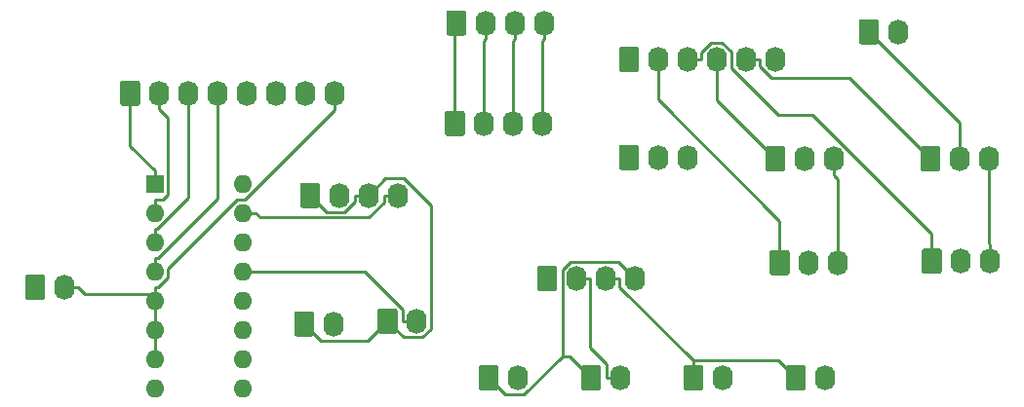
<source format=gbr>
G04 #@! TF.GenerationSoftware,KiCad,Pcbnew,(5.1.5-0-10_14)*
G04 #@! TF.CreationDate,2021-04-18T15:44:56+10:00*
G04 #@! TF.ProjectId,OH - Right Console - Output Distribution,4f48202d-2052-4696-9768-7420436f6e73,rev?*
G04 #@! TF.SameCoordinates,Original*
G04 #@! TF.FileFunction,Copper,L2,Bot*
G04 #@! TF.FilePolarity,Positive*
%FSLAX46Y46*%
G04 Gerber Fmt 4.6, Leading zero omitted, Abs format (unit mm)*
G04 Created by KiCad (PCBNEW (5.1.5-0-10_14)) date 2021-04-18 15:44:56*
%MOMM*%
%LPD*%
G04 APERTURE LIST*
%ADD10O,1.740000X2.200000*%
%ADD11C,0.100000*%
%ADD12O,1.600000X1.600000*%
%ADD13R,1.600000X1.600000*%
%ADD14C,0.250000*%
G04 APERTURE END LIST*
D10*
X213360000Y-106553000D03*
X210820000Y-106553000D03*
X208280000Y-106553000D03*
G04 #@! TA.AperFunction,ComponentPad*
D11*
G36*
X206384505Y-105454204D02*
G01*
X206408773Y-105457804D01*
X206432572Y-105463765D01*
X206455671Y-105472030D01*
X206477850Y-105482520D01*
X206498893Y-105495132D01*
X206518599Y-105509747D01*
X206536777Y-105526223D01*
X206553253Y-105544401D01*
X206567868Y-105564107D01*
X206580480Y-105585150D01*
X206590970Y-105607329D01*
X206599235Y-105630428D01*
X206605196Y-105654227D01*
X206608796Y-105678495D01*
X206610000Y-105702999D01*
X206610000Y-107403001D01*
X206608796Y-107427505D01*
X206605196Y-107451773D01*
X206599235Y-107475572D01*
X206590970Y-107498671D01*
X206580480Y-107520850D01*
X206567868Y-107541893D01*
X206553253Y-107561599D01*
X206536777Y-107579777D01*
X206518599Y-107596253D01*
X206498893Y-107610868D01*
X206477850Y-107623480D01*
X206455671Y-107633970D01*
X206432572Y-107642235D01*
X206408773Y-107648196D01*
X206384505Y-107651796D01*
X206360001Y-107653000D01*
X205119999Y-107653000D01*
X205095495Y-107651796D01*
X205071227Y-107648196D01*
X205047428Y-107642235D01*
X205024329Y-107633970D01*
X205002150Y-107623480D01*
X204981107Y-107610868D01*
X204961401Y-107596253D01*
X204943223Y-107579777D01*
X204926747Y-107561599D01*
X204912132Y-107541893D01*
X204899520Y-107520850D01*
X204889030Y-107498671D01*
X204880765Y-107475572D01*
X204874804Y-107451773D01*
X204871204Y-107427505D01*
X204870000Y-107403001D01*
X204870000Y-105702999D01*
X204871204Y-105678495D01*
X204874804Y-105654227D01*
X204880765Y-105630428D01*
X204889030Y-105607329D01*
X204899520Y-105585150D01*
X204912132Y-105564107D01*
X204926747Y-105544401D01*
X204943223Y-105526223D01*
X204961401Y-105509747D01*
X204981107Y-105495132D01*
X205002150Y-105482520D01*
X205024329Y-105472030D01*
X205047428Y-105463765D01*
X205071227Y-105457804D01*
X205095495Y-105454204D01*
X205119999Y-105453000D01*
X206360001Y-105453000D01*
X206384505Y-105454204D01*
G37*
G04 #@! TD.AperFunction*
D10*
X212090000Y-115189000D03*
G04 #@! TA.AperFunction,ComponentPad*
D11*
G36*
X210194505Y-114090204D02*
G01*
X210218773Y-114093804D01*
X210242572Y-114099765D01*
X210265671Y-114108030D01*
X210287850Y-114118520D01*
X210308893Y-114131132D01*
X210328599Y-114145747D01*
X210346777Y-114162223D01*
X210363253Y-114180401D01*
X210377868Y-114200107D01*
X210390480Y-114221150D01*
X210400970Y-114243329D01*
X210409235Y-114266428D01*
X210415196Y-114290227D01*
X210418796Y-114314495D01*
X210420000Y-114338999D01*
X210420000Y-116039001D01*
X210418796Y-116063505D01*
X210415196Y-116087773D01*
X210409235Y-116111572D01*
X210400970Y-116134671D01*
X210390480Y-116156850D01*
X210377868Y-116177893D01*
X210363253Y-116197599D01*
X210346777Y-116215777D01*
X210328599Y-116232253D01*
X210308893Y-116246868D01*
X210287850Y-116259480D01*
X210265671Y-116269970D01*
X210242572Y-116278235D01*
X210218773Y-116284196D01*
X210194505Y-116287796D01*
X210170001Y-116289000D01*
X208929999Y-116289000D01*
X208905495Y-116287796D01*
X208881227Y-116284196D01*
X208857428Y-116278235D01*
X208834329Y-116269970D01*
X208812150Y-116259480D01*
X208791107Y-116246868D01*
X208771401Y-116232253D01*
X208753223Y-116215777D01*
X208736747Y-116197599D01*
X208722132Y-116177893D01*
X208709520Y-116156850D01*
X208699030Y-116134671D01*
X208690765Y-116111572D01*
X208684804Y-116087773D01*
X208681204Y-116063505D01*
X208680000Y-116039001D01*
X208680000Y-114338999D01*
X208681204Y-114314495D01*
X208684804Y-114290227D01*
X208690765Y-114266428D01*
X208699030Y-114243329D01*
X208709520Y-114221150D01*
X208722132Y-114200107D01*
X208736747Y-114180401D01*
X208753223Y-114162223D01*
X208771401Y-114145747D01*
X208791107Y-114131132D01*
X208812150Y-114118520D01*
X208834329Y-114108030D01*
X208857428Y-114099765D01*
X208881227Y-114093804D01*
X208905495Y-114090204D01*
X208929999Y-114089000D01*
X210170001Y-114089000D01*
X210194505Y-114090204D01*
G37*
G04 #@! TD.AperFunction*
D10*
X229870000Y-115189000D03*
G04 #@! TA.AperFunction,ComponentPad*
D11*
G36*
X227974505Y-114090204D02*
G01*
X227998773Y-114093804D01*
X228022572Y-114099765D01*
X228045671Y-114108030D01*
X228067850Y-114118520D01*
X228088893Y-114131132D01*
X228108599Y-114145747D01*
X228126777Y-114162223D01*
X228143253Y-114180401D01*
X228157868Y-114200107D01*
X228170480Y-114221150D01*
X228180970Y-114243329D01*
X228189235Y-114266428D01*
X228195196Y-114290227D01*
X228198796Y-114314495D01*
X228200000Y-114338999D01*
X228200000Y-116039001D01*
X228198796Y-116063505D01*
X228195196Y-116087773D01*
X228189235Y-116111572D01*
X228180970Y-116134671D01*
X228170480Y-116156850D01*
X228157868Y-116177893D01*
X228143253Y-116197599D01*
X228126777Y-116215777D01*
X228108599Y-116232253D01*
X228088893Y-116246868D01*
X228067850Y-116259480D01*
X228045671Y-116269970D01*
X228022572Y-116278235D01*
X227998773Y-116284196D01*
X227974505Y-116287796D01*
X227950001Y-116289000D01*
X226709999Y-116289000D01*
X226685495Y-116287796D01*
X226661227Y-116284196D01*
X226637428Y-116278235D01*
X226614329Y-116269970D01*
X226592150Y-116259480D01*
X226571107Y-116246868D01*
X226551401Y-116232253D01*
X226533223Y-116215777D01*
X226516747Y-116197599D01*
X226502132Y-116177893D01*
X226489520Y-116156850D01*
X226479030Y-116134671D01*
X226470765Y-116111572D01*
X226464804Y-116087773D01*
X226461204Y-116063505D01*
X226460000Y-116039001D01*
X226460000Y-114338999D01*
X226461204Y-114314495D01*
X226464804Y-114290227D01*
X226470765Y-114266428D01*
X226479030Y-114243329D01*
X226489520Y-114221150D01*
X226502132Y-114200107D01*
X226516747Y-114180401D01*
X226533223Y-114162223D01*
X226551401Y-114145747D01*
X226571107Y-114131132D01*
X226592150Y-114118520D01*
X226614329Y-114108030D01*
X226637428Y-114099765D01*
X226661227Y-114093804D01*
X226685495Y-114090204D01*
X226709999Y-114089000D01*
X227950001Y-114089000D01*
X227974505Y-114090204D01*
G37*
G04 #@! TD.AperFunction*
D10*
X203200000Y-115189000D03*
G04 #@! TA.AperFunction,ComponentPad*
D11*
G36*
X201304505Y-114090204D02*
G01*
X201328773Y-114093804D01*
X201352572Y-114099765D01*
X201375671Y-114108030D01*
X201397850Y-114118520D01*
X201418893Y-114131132D01*
X201438599Y-114145747D01*
X201456777Y-114162223D01*
X201473253Y-114180401D01*
X201487868Y-114200107D01*
X201500480Y-114221150D01*
X201510970Y-114243329D01*
X201519235Y-114266428D01*
X201525196Y-114290227D01*
X201528796Y-114314495D01*
X201530000Y-114338999D01*
X201530000Y-116039001D01*
X201528796Y-116063505D01*
X201525196Y-116087773D01*
X201519235Y-116111572D01*
X201510970Y-116134671D01*
X201500480Y-116156850D01*
X201487868Y-116177893D01*
X201473253Y-116197599D01*
X201456777Y-116215777D01*
X201438599Y-116232253D01*
X201418893Y-116246868D01*
X201397850Y-116259480D01*
X201375671Y-116269970D01*
X201352572Y-116278235D01*
X201328773Y-116284196D01*
X201304505Y-116287796D01*
X201280001Y-116289000D01*
X200039999Y-116289000D01*
X200015495Y-116287796D01*
X199991227Y-116284196D01*
X199967428Y-116278235D01*
X199944329Y-116269970D01*
X199922150Y-116259480D01*
X199901107Y-116246868D01*
X199881401Y-116232253D01*
X199863223Y-116215777D01*
X199846747Y-116197599D01*
X199832132Y-116177893D01*
X199819520Y-116156850D01*
X199809030Y-116134671D01*
X199800765Y-116111572D01*
X199794804Y-116087773D01*
X199791204Y-116063505D01*
X199790000Y-116039001D01*
X199790000Y-114338999D01*
X199791204Y-114314495D01*
X199794804Y-114290227D01*
X199800765Y-114266428D01*
X199809030Y-114243329D01*
X199819520Y-114221150D01*
X199832132Y-114200107D01*
X199846747Y-114180401D01*
X199863223Y-114162223D01*
X199881401Y-114145747D01*
X199901107Y-114131132D01*
X199922150Y-114118520D01*
X199944329Y-114108030D01*
X199967428Y-114099765D01*
X199991227Y-114093804D01*
X200015495Y-114090204D01*
X200039999Y-114089000D01*
X201280001Y-114089000D01*
X201304505Y-114090204D01*
G37*
G04 #@! TD.AperFunction*
D10*
X220980000Y-115189000D03*
G04 #@! TA.AperFunction,ComponentPad*
D11*
G36*
X219084505Y-114090204D02*
G01*
X219108773Y-114093804D01*
X219132572Y-114099765D01*
X219155671Y-114108030D01*
X219177850Y-114118520D01*
X219198893Y-114131132D01*
X219218599Y-114145747D01*
X219236777Y-114162223D01*
X219253253Y-114180401D01*
X219267868Y-114200107D01*
X219280480Y-114221150D01*
X219290970Y-114243329D01*
X219299235Y-114266428D01*
X219305196Y-114290227D01*
X219308796Y-114314495D01*
X219310000Y-114338999D01*
X219310000Y-116039001D01*
X219308796Y-116063505D01*
X219305196Y-116087773D01*
X219299235Y-116111572D01*
X219290970Y-116134671D01*
X219280480Y-116156850D01*
X219267868Y-116177893D01*
X219253253Y-116197599D01*
X219236777Y-116215777D01*
X219218599Y-116232253D01*
X219198893Y-116246868D01*
X219177850Y-116259480D01*
X219155671Y-116269970D01*
X219132572Y-116278235D01*
X219108773Y-116284196D01*
X219084505Y-116287796D01*
X219060001Y-116289000D01*
X217819999Y-116289000D01*
X217795495Y-116287796D01*
X217771227Y-116284196D01*
X217747428Y-116278235D01*
X217724329Y-116269970D01*
X217702150Y-116259480D01*
X217681107Y-116246868D01*
X217661401Y-116232253D01*
X217643223Y-116215777D01*
X217626747Y-116197599D01*
X217612132Y-116177893D01*
X217599520Y-116156850D01*
X217589030Y-116134671D01*
X217580765Y-116111572D01*
X217574804Y-116087773D01*
X217571204Y-116063505D01*
X217570000Y-116039001D01*
X217570000Y-114338999D01*
X217571204Y-114314495D01*
X217574804Y-114290227D01*
X217580765Y-114266428D01*
X217589030Y-114243329D01*
X217599520Y-114221150D01*
X217612132Y-114200107D01*
X217626747Y-114180401D01*
X217643223Y-114162223D01*
X217661401Y-114145747D01*
X217681107Y-114131132D01*
X217702150Y-114118520D01*
X217724329Y-114108030D01*
X217747428Y-114099765D01*
X217771227Y-114093804D01*
X217795495Y-114090204D01*
X217819999Y-114089000D01*
X219060001Y-114089000D01*
X219084505Y-114090204D01*
G37*
G04 #@! TD.AperFunction*
D10*
X225552000Y-87503000D03*
X223012000Y-87503000D03*
X220472000Y-87503000D03*
X217932000Y-87503000D03*
X215392000Y-87503000D03*
G04 #@! TA.AperFunction,ComponentPad*
D11*
G36*
X213496505Y-86404204D02*
G01*
X213520773Y-86407804D01*
X213544572Y-86413765D01*
X213567671Y-86422030D01*
X213589850Y-86432520D01*
X213610893Y-86445132D01*
X213630599Y-86459747D01*
X213648777Y-86476223D01*
X213665253Y-86494401D01*
X213679868Y-86514107D01*
X213692480Y-86535150D01*
X213702970Y-86557329D01*
X213711235Y-86580428D01*
X213717196Y-86604227D01*
X213720796Y-86628495D01*
X213722000Y-86652999D01*
X213722000Y-88353001D01*
X213720796Y-88377505D01*
X213717196Y-88401773D01*
X213711235Y-88425572D01*
X213702970Y-88448671D01*
X213692480Y-88470850D01*
X213679868Y-88491893D01*
X213665253Y-88511599D01*
X213648777Y-88529777D01*
X213630599Y-88546253D01*
X213610893Y-88560868D01*
X213589850Y-88573480D01*
X213567671Y-88583970D01*
X213544572Y-88592235D01*
X213520773Y-88598196D01*
X213496505Y-88601796D01*
X213472001Y-88603000D01*
X212231999Y-88603000D01*
X212207495Y-88601796D01*
X212183227Y-88598196D01*
X212159428Y-88592235D01*
X212136329Y-88583970D01*
X212114150Y-88573480D01*
X212093107Y-88560868D01*
X212073401Y-88546253D01*
X212055223Y-88529777D01*
X212038747Y-88511599D01*
X212024132Y-88491893D01*
X212011520Y-88470850D01*
X212001030Y-88448671D01*
X211992765Y-88425572D01*
X211986804Y-88401773D01*
X211983204Y-88377505D01*
X211982000Y-88353001D01*
X211982000Y-86652999D01*
X211983204Y-86628495D01*
X211986804Y-86604227D01*
X211992765Y-86580428D01*
X212001030Y-86557329D01*
X212011520Y-86535150D01*
X212024132Y-86514107D01*
X212038747Y-86494401D01*
X212055223Y-86476223D01*
X212073401Y-86459747D01*
X212093107Y-86445132D01*
X212114150Y-86432520D01*
X212136329Y-86422030D01*
X212159428Y-86413765D01*
X212183227Y-86407804D01*
X212207495Y-86404204D01*
X212231999Y-86403000D01*
X213472001Y-86403000D01*
X213496505Y-86404204D01*
G37*
G04 #@! TD.AperFunction*
D10*
X236220000Y-85090000D03*
G04 #@! TA.AperFunction,ComponentPad*
D11*
G36*
X234324505Y-83991204D02*
G01*
X234348773Y-83994804D01*
X234372572Y-84000765D01*
X234395671Y-84009030D01*
X234417850Y-84019520D01*
X234438893Y-84032132D01*
X234458599Y-84046747D01*
X234476777Y-84063223D01*
X234493253Y-84081401D01*
X234507868Y-84101107D01*
X234520480Y-84122150D01*
X234530970Y-84144329D01*
X234539235Y-84167428D01*
X234545196Y-84191227D01*
X234548796Y-84215495D01*
X234550000Y-84239999D01*
X234550000Y-85940001D01*
X234548796Y-85964505D01*
X234545196Y-85988773D01*
X234539235Y-86012572D01*
X234530970Y-86035671D01*
X234520480Y-86057850D01*
X234507868Y-86078893D01*
X234493253Y-86098599D01*
X234476777Y-86116777D01*
X234458599Y-86133253D01*
X234438893Y-86147868D01*
X234417850Y-86160480D01*
X234395671Y-86170970D01*
X234372572Y-86179235D01*
X234348773Y-86185196D01*
X234324505Y-86188796D01*
X234300001Y-86190000D01*
X233059999Y-86190000D01*
X233035495Y-86188796D01*
X233011227Y-86185196D01*
X232987428Y-86179235D01*
X232964329Y-86170970D01*
X232942150Y-86160480D01*
X232921107Y-86147868D01*
X232901401Y-86133253D01*
X232883223Y-86116777D01*
X232866747Y-86098599D01*
X232852132Y-86078893D01*
X232839520Y-86057850D01*
X232829030Y-86035671D01*
X232820765Y-86012572D01*
X232814804Y-85988773D01*
X232811204Y-85964505D01*
X232810000Y-85940001D01*
X232810000Y-84239999D01*
X232811204Y-84215495D01*
X232814804Y-84191227D01*
X232820765Y-84167428D01*
X232829030Y-84144329D01*
X232839520Y-84122150D01*
X232852132Y-84101107D01*
X232866747Y-84081401D01*
X232883223Y-84063223D01*
X232901401Y-84046747D01*
X232921107Y-84032132D01*
X232942150Y-84019520D01*
X232964329Y-84009030D01*
X232987428Y-84000765D01*
X233011227Y-83994804D01*
X233035495Y-83991204D01*
X233059999Y-83990000D01*
X234300001Y-83990000D01*
X234324505Y-83991204D01*
G37*
G04 #@! TD.AperFunction*
D10*
X217932000Y-96012000D03*
X215392000Y-96012000D03*
G04 #@! TA.AperFunction,ComponentPad*
D11*
G36*
X213496505Y-94913204D02*
G01*
X213520773Y-94916804D01*
X213544572Y-94922765D01*
X213567671Y-94931030D01*
X213589850Y-94941520D01*
X213610893Y-94954132D01*
X213630599Y-94968747D01*
X213648777Y-94985223D01*
X213665253Y-95003401D01*
X213679868Y-95023107D01*
X213692480Y-95044150D01*
X213702970Y-95066329D01*
X213711235Y-95089428D01*
X213717196Y-95113227D01*
X213720796Y-95137495D01*
X213722000Y-95161999D01*
X213722000Y-96862001D01*
X213720796Y-96886505D01*
X213717196Y-96910773D01*
X213711235Y-96934572D01*
X213702970Y-96957671D01*
X213692480Y-96979850D01*
X213679868Y-97000893D01*
X213665253Y-97020599D01*
X213648777Y-97038777D01*
X213630599Y-97055253D01*
X213610893Y-97069868D01*
X213589850Y-97082480D01*
X213567671Y-97092970D01*
X213544572Y-97101235D01*
X213520773Y-97107196D01*
X213496505Y-97110796D01*
X213472001Y-97112000D01*
X212231999Y-97112000D01*
X212207495Y-97110796D01*
X212183227Y-97107196D01*
X212159428Y-97101235D01*
X212136329Y-97092970D01*
X212114150Y-97082480D01*
X212093107Y-97069868D01*
X212073401Y-97055253D01*
X212055223Y-97038777D01*
X212038747Y-97020599D01*
X212024132Y-97000893D01*
X212011520Y-96979850D01*
X212001030Y-96957671D01*
X211992765Y-96934572D01*
X211986804Y-96910773D01*
X211983204Y-96886505D01*
X211982000Y-96862001D01*
X211982000Y-95161999D01*
X211983204Y-95137495D01*
X211986804Y-95113227D01*
X211992765Y-95089428D01*
X212001030Y-95066329D01*
X212011520Y-95044150D01*
X212024132Y-95023107D01*
X212038747Y-95003401D01*
X212055223Y-94985223D01*
X212073401Y-94968747D01*
X212093107Y-94954132D01*
X212114150Y-94941520D01*
X212136329Y-94931030D01*
X212159428Y-94922765D01*
X212183227Y-94916804D01*
X212207495Y-94913204D01*
X212231999Y-94912000D01*
X213472001Y-94912000D01*
X213496505Y-94913204D01*
G37*
G04 #@! TD.AperFunction*
D10*
X205359000Y-93048700D03*
X202819000Y-93048700D03*
X200279000Y-93048700D03*
G04 #@! TA.AperFunction,ComponentPad*
D11*
G36*
X198383505Y-91949904D02*
G01*
X198407773Y-91953504D01*
X198431572Y-91959465D01*
X198454671Y-91967730D01*
X198476850Y-91978220D01*
X198497893Y-91990832D01*
X198517599Y-92005447D01*
X198535777Y-92021923D01*
X198552253Y-92040101D01*
X198566868Y-92059807D01*
X198579480Y-92080850D01*
X198589970Y-92103029D01*
X198598235Y-92126128D01*
X198604196Y-92149927D01*
X198607796Y-92174195D01*
X198609000Y-92198699D01*
X198609000Y-93898701D01*
X198607796Y-93923205D01*
X198604196Y-93947473D01*
X198598235Y-93971272D01*
X198589970Y-93994371D01*
X198579480Y-94016550D01*
X198566868Y-94037593D01*
X198552253Y-94057299D01*
X198535777Y-94075477D01*
X198517599Y-94091953D01*
X198497893Y-94106568D01*
X198476850Y-94119180D01*
X198454671Y-94129670D01*
X198431572Y-94137935D01*
X198407773Y-94143896D01*
X198383505Y-94147496D01*
X198359001Y-94148700D01*
X197118999Y-94148700D01*
X197094495Y-94147496D01*
X197070227Y-94143896D01*
X197046428Y-94137935D01*
X197023329Y-94129670D01*
X197001150Y-94119180D01*
X196980107Y-94106568D01*
X196960401Y-94091953D01*
X196942223Y-94075477D01*
X196925747Y-94057299D01*
X196911132Y-94037593D01*
X196898520Y-94016550D01*
X196888030Y-93994371D01*
X196879765Y-93971272D01*
X196873804Y-93947473D01*
X196870204Y-93923205D01*
X196869000Y-93898701D01*
X196869000Y-92198699D01*
X196870204Y-92174195D01*
X196873804Y-92149927D01*
X196879765Y-92126128D01*
X196888030Y-92103029D01*
X196898520Y-92080850D01*
X196911132Y-92059807D01*
X196925747Y-92040101D01*
X196942223Y-92021923D01*
X196960401Y-92005447D01*
X196980107Y-91990832D01*
X197001150Y-91978220D01*
X197023329Y-91967730D01*
X197046428Y-91959465D01*
X197070227Y-91953504D01*
X197094495Y-91949904D01*
X197118999Y-91948700D01*
X198359001Y-91948700D01*
X198383505Y-91949904D01*
G37*
G04 #@! TD.AperFunction*
D10*
X231013000Y-105156000D03*
X228473000Y-105156000D03*
G04 #@! TA.AperFunction,ComponentPad*
D11*
G36*
X226577505Y-104057204D02*
G01*
X226601773Y-104060804D01*
X226625572Y-104066765D01*
X226648671Y-104075030D01*
X226670850Y-104085520D01*
X226691893Y-104098132D01*
X226711599Y-104112747D01*
X226729777Y-104129223D01*
X226746253Y-104147401D01*
X226760868Y-104167107D01*
X226773480Y-104188150D01*
X226783970Y-104210329D01*
X226792235Y-104233428D01*
X226798196Y-104257227D01*
X226801796Y-104281495D01*
X226803000Y-104305999D01*
X226803000Y-106006001D01*
X226801796Y-106030505D01*
X226798196Y-106054773D01*
X226792235Y-106078572D01*
X226783970Y-106101671D01*
X226773480Y-106123850D01*
X226760868Y-106144893D01*
X226746253Y-106164599D01*
X226729777Y-106182777D01*
X226711599Y-106199253D01*
X226691893Y-106213868D01*
X226670850Y-106226480D01*
X226648671Y-106236970D01*
X226625572Y-106245235D01*
X226601773Y-106251196D01*
X226577505Y-106254796D01*
X226553001Y-106256000D01*
X225312999Y-106256000D01*
X225288495Y-106254796D01*
X225264227Y-106251196D01*
X225240428Y-106245235D01*
X225217329Y-106236970D01*
X225195150Y-106226480D01*
X225174107Y-106213868D01*
X225154401Y-106199253D01*
X225136223Y-106182777D01*
X225119747Y-106164599D01*
X225105132Y-106144893D01*
X225092520Y-106123850D01*
X225082030Y-106101671D01*
X225073765Y-106078572D01*
X225067804Y-106054773D01*
X225064204Y-106030505D01*
X225063000Y-106006001D01*
X225063000Y-104305999D01*
X225064204Y-104281495D01*
X225067804Y-104257227D01*
X225073765Y-104233428D01*
X225082030Y-104210329D01*
X225092520Y-104188150D01*
X225105132Y-104167107D01*
X225119747Y-104147401D01*
X225136223Y-104129223D01*
X225154401Y-104112747D01*
X225174107Y-104098132D01*
X225195150Y-104085520D01*
X225217329Y-104075030D01*
X225240428Y-104066765D01*
X225264227Y-104060804D01*
X225288495Y-104057204D01*
X225312999Y-104056000D01*
X226553001Y-104056000D01*
X226577505Y-104057204D01*
G37*
G04 #@! TD.AperFunction*
D10*
X244221000Y-105029000D03*
X241681000Y-105029000D03*
G04 #@! TA.AperFunction,ComponentPad*
D11*
G36*
X239785505Y-103930204D02*
G01*
X239809773Y-103933804D01*
X239833572Y-103939765D01*
X239856671Y-103948030D01*
X239878850Y-103958520D01*
X239899893Y-103971132D01*
X239919599Y-103985747D01*
X239937777Y-104002223D01*
X239954253Y-104020401D01*
X239968868Y-104040107D01*
X239981480Y-104061150D01*
X239991970Y-104083329D01*
X240000235Y-104106428D01*
X240006196Y-104130227D01*
X240009796Y-104154495D01*
X240011000Y-104178999D01*
X240011000Y-105879001D01*
X240009796Y-105903505D01*
X240006196Y-105927773D01*
X240000235Y-105951572D01*
X239991970Y-105974671D01*
X239981480Y-105996850D01*
X239968868Y-106017893D01*
X239954253Y-106037599D01*
X239937777Y-106055777D01*
X239919599Y-106072253D01*
X239899893Y-106086868D01*
X239878850Y-106099480D01*
X239856671Y-106109970D01*
X239833572Y-106118235D01*
X239809773Y-106124196D01*
X239785505Y-106127796D01*
X239761001Y-106129000D01*
X238520999Y-106129000D01*
X238496495Y-106127796D01*
X238472227Y-106124196D01*
X238448428Y-106118235D01*
X238425329Y-106109970D01*
X238403150Y-106099480D01*
X238382107Y-106086868D01*
X238362401Y-106072253D01*
X238344223Y-106055777D01*
X238327747Y-106037599D01*
X238313132Y-106017893D01*
X238300520Y-105996850D01*
X238290030Y-105974671D01*
X238281765Y-105951572D01*
X238275804Y-105927773D01*
X238272204Y-105903505D01*
X238271000Y-105879001D01*
X238271000Y-104178999D01*
X238272204Y-104154495D01*
X238275804Y-104130227D01*
X238281765Y-104106428D01*
X238290030Y-104083329D01*
X238300520Y-104061150D01*
X238313132Y-104040107D01*
X238327747Y-104020401D01*
X238344223Y-104002223D01*
X238362401Y-103985747D01*
X238382107Y-103971132D01*
X238403150Y-103958520D01*
X238425329Y-103948030D01*
X238448428Y-103939765D01*
X238472227Y-103933804D01*
X238496495Y-103930204D01*
X238520999Y-103929000D01*
X239761001Y-103929000D01*
X239785505Y-103930204D01*
G37*
G04 #@! TD.AperFunction*
D10*
X205486000Y-84328000D03*
X202946000Y-84328000D03*
X200406000Y-84328000D03*
G04 #@! TA.AperFunction,ComponentPad*
D11*
G36*
X198510505Y-83229204D02*
G01*
X198534773Y-83232804D01*
X198558572Y-83238765D01*
X198581671Y-83247030D01*
X198603850Y-83257520D01*
X198624893Y-83270132D01*
X198644599Y-83284747D01*
X198662777Y-83301223D01*
X198679253Y-83319401D01*
X198693868Y-83339107D01*
X198706480Y-83360150D01*
X198716970Y-83382329D01*
X198725235Y-83405428D01*
X198731196Y-83429227D01*
X198734796Y-83453495D01*
X198736000Y-83477999D01*
X198736000Y-85178001D01*
X198734796Y-85202505D01*
X198731196Y-85226773D01*
X198725235Y-85250572D01*
X198716970Y-85273671D01*
X198706480Y-85295850D01*
X198693868Y-85316893D01*
X198679253Y-85336599D01*
X198662777Y-85354777D01*
X198644599Y-85371253D01*
X198624893Y-85385868D01*
X198603850Y-85398480D01*
X198581671Y-85408970D01*
X198558572Y-85417235D01*
X198534773Y-85423196D01*
X198510505Y-85426796D01*
X198486001Y-85428000D01*
X197245999Y-85428000D01*
X197221495Y-85426796D01*
X197197227Y-85423196D01*
X197173428Y-85417235D01*
X197150329Y-85408970D01*
X197128150Y-85398480D01*
X197107107Y-85385868D01*
X197087401Y-85371253D01*
X197069223Y-85354777D01*
X197052747Y-85336599D01*
X197038132Y-85316893D01*
X197025520Y-85295850D01*
X197015030Y-85273671D01*
X197006765Y-85250572D01*
X197000804Y-85226773D01*
X196997204Y-85202505D01*
X196996000Y-85178001D01*
X196996000Y-83477999D01*
X196997204Y-83453495D01*
X197000804Y-83429227D01*
X197006765Y-83405428D01*
X197015030Y-83382329D01*
X197025520Y-83360150D01*
X197038132Y-83339107D01*
X197052747Y-83319401D01*
X197069223Y-83301223D01*
X197087401Y-83284747D01*
X197107107Y-83270132D01*
X197128150Y-83257520D01*
X197150329Y-83247030D01*
X197173428Y-83238765D01*
X197197227Y-83232804D01*
X197221495Y-83229204D01*
X197245999Y-83228000D01*
X198486001Y-83228000D01*
X198510505Y-83229204D01*
G37*
G04 #@! TD.AperFunction*
D12*
X179324000Y-98298000D03*
X171704000Y-116078000D03*
X179324000Y-100838000D03*
X171704000Y-113538000D03*
X179324000Y-103378000D03*
X171704000Y-110998000D03*
X179324000Y-105918000D03*
X171704000Y-108458000D03*
X179324000Y-108458000D03*
X171704000Y-105918000D03*
X179324000Y-110998000D03*
X171704000Y-103378000D03*
X179324000Y-113538000D03*
X171704000Y-100838000D03*
X179324000Y-116078000D03*
D13*
X171704000Y-98298000D03*
D10*
X244094000Y-96139000D03*
X241554000Y-96139000D03*
G04 #@! TA.AperFunction,ComponentPad*
D11*
G36*
X239658505Y-95040204D02*
G01*
X239682773Y-95043804D01*
X239706572Y-95049765D01*
X239729671Y-95058030D01*
X239751850Y-95068520D01*
X239772893Y-95081132D01*
X239792599Y-95095747D01*
X239810777Y-95112223D01*
X239827253Y-95130401D01*
X239841868Y-95150107D01*
X239854480Y-95171150D01*
X239864970Y-95193329D01*
X239873235Y-95216428D01*
X239879196Y-95240227D01*
X239882796Y-95264495D01*
X239884000Y-95288999D01*
X239884000Y-96989001D01*
X239882796Y-97013505D01*
X239879196Y-97037773D01*
X239873235Y-97061572D01*
X239864970Y-97084671D01*
X239854480Y-97106850D01*
X239841868Y-97127893D01*
X239827253Y-97147599D01*
X239810777Y-97165777D01*
X239792599Y-97182253D01*
X239772893Y-97196868D01*
X239751850Y-97209480D01*
X239729671Y-97219970D01*
X239706572Y-97228235D01*
X239682773Y-97234196D01*
X239658505Y-97237796D01*
X239634001Y-97239000D01*
X238393999Y-97239000D01*
X238369495Y-97237796D01*
X238345227Y-97234196D01*
X238321428Y-97228235D01*
X238298329Y-97219970D01*
X238276150Y-97209480D01*
X238255107Y-97196868D01*
X238235401Y-97182253D01*
X238217223Y-97165777D01*
X238200747Y-97147599D01*
X238186132Y-97127893D01*
X238173520Y-97106850D01*
X238163030Y-97084671D01*
X238154765Y-97061572D01*
X238148804Y-97037773D01*
X238145204Y-97013505D01*
X238144000Y-96989001D01*
X238144000Y-95288999D01*
X238145204Y-95264495D01*
X238148804Y-95240227D01*
X238154765Y-95216428D01*
X238163030Y-95193329D01*
X238173520Y-95171150D01*
X238186132Y-95150107D01*
X238200747Y-95130401D01*
X238217223Y-95112223D01*
X238235401Y-95095747D01*
X238255107Y-95081132D01*
X238276150Y-95068520D01*
X238298329Y-95058030D01*
X238321428Y-95049765D01*
X238345227Y-95043804D01*
X238369495Y-95040204D01*
X238393999Y-95039000D01*
X239634001Y-95039000D01*
X239658505Y-95040204D01*
G37*
G04 #@! TD.AperFunction*
D10*
X230632000Y-96139000D03*
X228092000Y-96139000D03*
G04 #@! TA.AperFunction,ComponentPad*
D11*
G36*
X226196505Y-95040204D02*
G01*
X226220773Y-95043804D01*
X226244572Y-95049765D01*
X226267671Y-95058030D01*
X226289850Y-95068520D01*
X226310893Y-95081132D01*
X226330599Y-95095747D01*
X226348777Y-95112223D01*
X226365253Y-95130401D01*
X226379868Y-95150107D01*
X226392480Y-95171150D01*
X226402970Y-95193329D01*
X226411235Y-95216428D01*
X226417196Y-95240227D01*
X226420796Y-95264495D01*
X226422000Y-95288999D01*
X226422000Y-96989001D01*
X226420796Y-97013505D01*
X226417196Y-97037773D01*
X226411235Y-97061572D01*
X226402970Y-97084671D01*
X226392480Y-97106850D01*
X226379868Y-97127893D01*
X226365253Y-97147599D01*
X226348777Y-97165777D01*
X226330599Y-97182253D01*
X226310893Y-97196868D01*
X226289850Y-97209480D01*
X226267671Y-97219970D01*
X226244572Y-97228235D01*
X226220773Y-97234196D01*
X226196505Y-97237796D01*
X226172001Y-97239000D01*
X224931999Y-97239000D01*
X224907495Y-97237796D01*
X224883227Y-97234196D01*
X224859428Y-97228235D01*
X224836329Y-97219970D01*
X224814150Y-97209480D01*
X224793107Y-97196868D01*
X224773401Y-97182253D01*
X224755223Y-97165777D01*
X224738747Y-97147599D01*
X224724132Y-97127893D01*
X224711520Y-97106850D01*
X224701030Y-97084671D01*
X224692765Y-97061572D01*
X224686804Y-97037773D01*
X224683204Y-97013505D01*
X224682000Y-96989001D01*
X224682000Y-95288999D01*
X224683204Y-95264495D01*
X224686804Y-95240227D01*
X224692765Y-95216428D01*
X224701030Y-95193329D01*
X224711520Y-95171150D01*
X224724132Y-95150107D01*
X224738747Y-95130401D01*
X224755223Y-95112223D01*
X224773401Y-95095747D01*
X224793107Y-95081132D01*
X224814150Y-95068520D01*
X224836329Y-95058030D01*
X224859428Y-95049765D01*
X224883227Y-95043804D01*
X224907495Y-95040204D01*
X224931999Y-95039000D01*
X226172001Y-95039000D01*
X226196505Y-95040204D01*
G37*
G04 #@! TD.AperFunction*
D10*
X194437000Y-110236000D03*
G04 #@! TA.AperFunction,ComponentPad*
D11*
G36*
X192541505Y-109137204D02*
G01*
X192565773Y-109140804D01*
X192589572Y-109146765D01*
X192612671Y-109155030D01*
X192634850Y-109165520D01*
X192655893Y-109178132D01*
X192675599Y-109192747D01*
X192693777Y-109209223D01*
X192710253Y-109227401D01*
X192724868Y-109247107D01*
X192737480Y-109268150D01*
X192747970Y-109290329D01*
X192756235Y-109313428D01*
X192762196Y-109337227D01*
X192765796Y-109361495D01*
X192767000Y-109385999D01*
X192767000Y-111086001D01*
X192765796Y-111110505D01*
X192762196Y-111134773D01*
X192756235Y-111158572D01*
X192747970Y-111181671D01*
X192737480Y-111203850D01*
X192724868Y-111224893D01*
X192710253Y-111244599D01*
X192693777Y-111262777D01*
X192675599Y-111279253D01*
X192655893Y-111293868D01*
X192634850Y-111306480D01*
X192612671Y-111316970D01*
X192589572Y-111325235D01*
X192565773Y-111331196D01*
X192541505Y-111334796D01*
X192517001Y-111336000D01*
X191276999Y-111336000D01*
X191252495Y-111334796D01*
X191228227Y-111331196D01*
X191204428Y-111325235D01*
X191181329Y-111316970D01*
X191159150Y-111306480D01*
X191138107Y-111293868D01*
X191118401Y-111279253D01*
X191100223Y-111262777D01*
X191083747Y-111244599D01*
X191069132Y-111224893D01*
X191056520Y-111203850D01*
X191046030Y-111181671D01*
X191037765Y-111158572D01*
X191031804Y-111134773D01*
X191028204Y-111110505D01*
X191027000Y-111086001D01*
X191027000Y-109385999D01*
X191028204Y-109361495D01*
X191031804Y-109337227D01*
X191037765Y-109313428D01*
X191046030Y-109290329D01*
X191056520Y-109268150D01*
X191069132Y-109247107D01*
X191083747Y-109227401D01*
X191100223Y-109209223D01*
X191118401Y-109192747D01*
X191138107Y-109178132D01*
X191159150Y-109165520D01*
X191181329Y-109155030D01*
X191204428Y-109146765D01*
X191228227Y-109140804D01*
X191252495Y-109137204D01*
X191276999Y-109136000D01*
X192517001Y-109136000D01*
X192541505Y-109137204D01*
G37*
G04 #@! TD.AperFunction*
D10*
X187198000Y-110490000D03*
G04 #@! TA.AperFunction,ComponentPad*
D11*
G36*
X185302505Y-109391204D02*
G01*
X185326773Y-109394804D01*
X185350572Y-109400765D01*
X185373671Y-109409030D01*
X185395850Y-109419520D01*
X185416893Y-109432132D01*
X185436599Y-109446747D01*
X185454777Y-109463223D01*
X185471253Y-109481401D01*
X185485868Y-109501107D01*
X185498480Y-109522150D01*
X185508970Y-109544329D01*
X185517235Y-109567428D01*
X185523196Y-109591227D01*
X185526796Y-109615495D01*
X185528000Y-109639999D01*
X185528000Y-111340001D01*
X185526796Y-111364505D01*
X185523196Y-111388773D01*
X185517235Y-111412572D01*
X185508970Y-111435671D01*
X185498480Y-111457850D01*
X185485868Y-111478893D01*
X185471253Y-111498599D01*
X185454777Y-111516777D01*
X185436599Y-111533253D01*
X185416893Y-111547868D01*
X185395850Y-111560480D01*
X185373671Y-111570970D01*
X185350572Y-111579235D01*
X185326773Y-111585196D01*
X185302505Y-111588796D01*
X185278001Y-111590000D01*
X184037999Y-111590000D01*
X184013495Y-111588796D01*
X183989227Y-111585196D01*
X183965428Y-111579235D01*
X183942329Y-111570970D01*
X183920150Y-111560480D01*
X183899107Y-111547868D01*
X183879401Y-111533253D01*
X183861223Y-111516777D01*
X183844747Y-111498599D01*
X183830132Y-111478893D01*
X183817520Y-111457850D01*
X183807030Y-111435671D01*
X183798765Y-111412572D01*
X183792804Y-111388773D01*
X183789204Y-111364505D01*
X183788000Y-111340001D01*
X183788000Y-109639999D01*
X183789204Y-109615495D01*
X183792804Y-109591227D01*
X183798765Y-109567428D01*
X183807030Y-109544329D01*
X183817520Y-109522150D01*
X183830132Y-109501107D01*
X183844747Y-109481401D01*
X183861223Y-109463223D01*
X183879401Y-109446747D01*
X183899107Y-109432132D01*
X183920150Y-109419520D01*
X183942329Y-109409030D01*
X183965428Y-109400765D01*
X183989227Y-109394804D01*
X184013495Y-109391204D01*
X184037999Y-109390000D01*
X185278001Y-109390000D01*
X185302505Y-109391204D01*
G37*
G04 #@! TD.AperFunction*
D10*
X192786000Y-99314000D03*
X190246000Y-99314000D03*
X187706000Y-99314000D03*
G04 #@! TA.AperFunction,ComponentPad*
D11*
G36*
X185810505Y-98215204D02*
G01*
X185834773Y-98218804D01*
X185858572Y-98224765D01*
X185881671Y-98233030D01*
X185903850Y-98243520D01*
X185924893Y-98256132D01*
X185944599Y-98270747D01*
X185962777Y-98287223D01*
X185979253Y-98305401D01*
X185993868Y-98325107D01*
X186006480Y-98346150D01*
X186016970Y-98368329D01*
X186025235Y-98391428D01*
X186031196Y-98415227D01*
X186034796Y-98439495D01*
X186036000Y-98463999D01*
X186036000Y-100164001D01*
X186034796Y-100188505D01*
X186031196Y-100212773D01*
X186025235Y-100236572D01*
X186016970Y-100259671D01*
X186006480Y-100281850D01*
X185993868Y-100302893D01*
X185979253Y-100322599D01*
X185962777Y-100340777D01*
X185944599Y-100357253D01*
X185924893Y-100371868D01*
X185903850Y-100384480D01*
X185881671Y-100394970D01*
X185858572Y-100403235D01*
X185834773Y-100409196D01*
X185810505Y-100412796D01*
X185786001Y-100414000D01*
X184545999Y-100414000D01*
X184521495Y-100412796D01*
X184497227Y-100409196D01*
X184473428Y-100403235D01*
X184450329Y-100394970D01*
X184428150Y-100384480D01*
X184407107Y-100371868D01*
X184387401Y-100357253D01*
X184369223Y-100340777D01*
X184352747Y-100322599D01*
X184338132Y-100302893D01*
X184325520Y-100281850D01*
X184315030Y-100259671D01*
X184306765Y-100236572D01*
X184300804Y-100212773D01*
X184297204Y-100188505D01*
X184296000Y-100164001D01*
X184296000Y-98463999D01*
X184297204Y-98439495D01*
X184300804Y-98415227D01*
X184306765Y-98391428D01*
X184315030Y-98368329D01*
X184325520Y-98346150D01*
X184338132Y-98325107D01*
X184352747Y-98305401D01*
X184369223Y-98287223D01*
X184387401Y-98270747D01*
X184407107Y-98256132D01*
X184428150Y-98243520D01*
X184450329Y-98233030D01*
X184473428Y-98224765D01*
X184497227Y-98218804D01*
X184521495Y-98215204D01*
X184545999Y-98214000D01*
X185786001Y-98214000D01*
X185810505Y-98215204D01*
G37*
G04 #@! TD.AperFunction*
D10*
X163830000Y-107315000D03*
G04 #@! TA.AperFunction,ComponentPad*
D11*
G36*
X161934505Y-106216204D02*
G01*
X161958773Y-106219804D01*
X161982572Y-106225765D01*
X162005671Y-106234030D01*
X162027850Y-106244520D01*
X162048893Y-106257132D01*
X162068599Y-106271747D01*
X162086777Y-106288223D01*
X162103253Y-106306401D01*
X162117868Y-106326107D01*
X162130480Y-106347150D01*
X162140970Y-106369329D01*
X162149235Y-106392428D01*
X162155196Y-106416227D01*
X162158796Y-106440495D01*
X162160000Y-106464999D01*
X162160000Y-108165001D01*
X162158796Y-108189505D01*
X162155196Y-108213773D01*
X162149235Y-108237572D01*
X162140970Y-108260671D01*
X162130480Y-108282850D01*
X162117868Y-108303893D01*
X162103253Y-108323599D01*
X162086777Y-108341777D01*
X162068599Y-108358253D01*
X162048893Y-108372868D01*
X162027850Y-108385480D01*
X162005671Y-108395970D01*
X161982572Y-108404235D01*
X161958773Y-108410196D01*
X161934505Y-108413796D01*
X161910001Y-108415000D01*
X160669999Y-108415000D01*
X160645495Y-108413796D01*
X160621227Y-108410196D01*
X160597428Y-108404235D01*
X160574329Y-108395970D01*
X160552150Y-108385480D01*
X160531107Y-108372868D01*
X160511401Y-108358253D01*
X160493223Y-108341777D01*
X160476747Y-108323599D01*
X160462132Y-108303893D01*
X160449520Y-108282850D01*
X160439030Y-108260671D01*
X160430765Y-108237572D01*
X160424804Y-108213773D01*
X160421204Y-108189505D01*
X160420000Y-108165001D01*
X160420000Y-106464999D01*
X160421204Y-106440495D01*
X160424804Y-106416227D01*
X160430765Y-106392428D01*
X160439030Y-106369329D01*
X160449520Y-106347150D01*
X160462132Y-106326107D01*
X160476747Y-106306401D01*
X160493223Y-106288223D01*
X160511401Y-106271747D01*
X160531107Y-106257132D01*
X160552150Y-106244520D01*
X160574329Y-106234030D01*
X160597428Y-106225765D01*
X160621227Y-106219804D01*
X160645495Y-106216204D01*
X160669999Y-106215000D01*
X161910001Y-106215000D01*
X161934505Y-106216204D01*
G37*
G04 #@! TD.AperFunction*
D10*
X187325000Y-90424000D03*
X184785000Y-90424000D03*
X182245000Y-90424000D03*
X179705000Y-90424000D03*
X177165000Y-90424000D03*
X174625000Y-90424000D03*
X172085000Y-90424000D03*
G04 #@! TA.AperFunction,ComponentPad*
D11*
G36*
X170189505Y-89325204D02*
G01*
X170213773Y-89328804D01*
X170237572Y-89334765D01*
X170260671Y-89343030D01*
X170282850Y-89353520D01*
X170303893Y-89366132D01*
X170323599Y-89380747D01*
X170341777Y-89397223D01*
X170358253Y-89415401D01*
X170372868Y-89435107D01*
X170385480Y-89456150D01*
X170395970Y-89478329D01*
X170404235Y-89501428D01*
X170410196Y-89525227D01*
X170413796Y-89549495D01*
X170415000Y-89573999D01*
X170415000Y-91274001D01*
X170413796Y-91298505D01*
X170410196Y-91322773D01*
X170404235Y-91346572D01*
X170395970Y-91369671D01*
X170385480Y-91391850D01*
X170372868Y-91412893D01*
X170358253Y-91432599D01*
X170341777Y-91450777D01*
X170323599Y-91467253D01*
X170303893Y-91481868D01*
X170282850Y-91494480D01*
X170260671Y-91504970D01*
X170237572Y-91513235D01*
X170213773Y-91519196D01*
X170189505Y-91522796D01*
X170165001Y-91524000D01*
X168924999Y-91524000D01*
X168900495Y-91522796D01*
X168876227Y-91519196D01*
X168852428Y-91513235D01*
X168829329Y-91504970D01*
X168807150Y-91494480D01*
X168786107Y-91481868D01*
X168766401Y-91467253D01*
X168748223Y-91450777D01*
X168731747Y-91432599D01*
X168717132Y-91412893D01*
X168704520Y-91391850D01*
X168694030Y-91369671D01*
X168685765Y-91346572D01*
X168679804Y-91322773D01*
X168676204Y-91298505D01*
X168675000Y-91274001D01*
X168675000Y-89573999D01*
X168676204Y-89549495D01*
X168679804Y-89525227D01*
X168685765Y-89501428D01*
X168694030Y-89478329D01*
X168704520Y-89456150D01*
X168717132Y-89435107D01*
X168731747Y-89415401D01*
X168748223Y-89397223D01*
X168766401Y-89380747D01*
X168786107Y-89366132D01*
X168807150Y-89353520D01*
X168829329Y-89343030D01*
X168852428Y-89334765D01*
X168876227Y-89328804D01*
X168900495Y-89325204D01*
X168924999Y-89324000D01*
X170165001Y-89324000D01*
X170189505Y-89325204D01*
G37*
G04 #@! TD.AperFunction*
D14*
X163830000Y-107315000D02*
X165025300Y-107315000D01*
X171704000Y-107895300D02*
X165605600Y-107895300D01*
X165605600Y-107895300D02*
X165025300Y-107315000D01*
X171704000Y-107895300D02*
X171704000Y-107332700D01*
X171704000Y-108458000D02*
X171704000Y-107895300D01*
X187325000Y-90424000D02*
X187325000Y-91889800D01*
X187325000Y-91889800D02*
X179513800Y-99701000D01*
X179513800Y-99701000D02*
X178838100Y-99701000D01*
X178838100Y-99701000D02*
X172829300Y-105709800D01*
X172829300Y-105709800D02*
X172829300Y-106488800D01*
X172829300Y-106488800D02*
X171985400Y-107332700D01*
X171985400Y-107332700D02*
X171704000Y-107332700D01*
X171704000Y-110998000D02*
X171704000Y-113538000D01*
X171704000Y-108458000D02*
X171704000Y-110998000D01*
X171704000Y-105918000D02*
X171704000Y-104792700D01*
X177165000Y-90424000D02*
X177165000Y-99613000D01*
X177165000Y-99613000D02*
X171985300Y-104792700D01*
X171985300Y-104792700D02*
X171704000Y-104792700D01*
X174625000Y-90424000D02*
X174625000Y-99536000D01*
X174625000Y-99536000D02*
X171908300Y-102252700D01*
X171908300Y-102252700D02*
X171704000Y-102252700D01*
X171704000Y-103378000D02*
X171704000Y-102252700D01*
X171704000Y-100838000D02*
X171704000Y-99712700D01*
X172085000Y-90424000D02*
X172085000Y-91849300D01*
X172085000Y-91849300D02*
X172829300Y-92593600D01*
X172829300Y-92593600D02*
X172829300Y-99290800D01*
X172829300Y-99290800D02*
X172407400Y-99712700D01*
X172407400Y-99712700D02*
X171704000Y-99712700D01*
X171704000Y-98298000D02*
X171704000Y-97172700D01*
X169545000Y-90424000D02*
X169545000Y-95013700D01*
X169545000Y-95013700D02*
X171704000Y-97172700D01*
X184658000Y-110490000D02*
X186148000Y-111980000D01*
X186148000Y-111980000D02*
X190153000Y-111980000D01*
X190153000Y-111980000D02*
X191897000Y-110236000D01*
X190246000Y-99314000D02*
X189050700Y-99314000D01*
X185166000Y-99314000D02*
X186633700Y-100781700D01*
X186633700Y-100781700D02*
X188160700Y-100781700D01*
X188160700Y-100781700D02*
X189050700Y-99891700D01*
X189050700Y-99891700D02*
X189050700Y-99314000D01*
X191897000Y-110236000D02*
X193323900Y-111662900D01*
X193323900Y-111662900D02*
X194932300Y-111662900D01*
X194932300Y-111662900D02*
X195650700Y-110944500D01*
X195650700Y-110944500D02*
X195650700Y-100204300D01*
X195650700Y-100204300D02*
X193306300Y-97859900D01*
X193306300Y-97859900D02*
X191700100Y-97859900D01*
X191700100Y-97859900D02*
X190246000Y-99314000D01*
X179324000Y-100838000D02*
X180449300Y-100838000D01*
X180449300Y-100838000D02*
X180843300Y-101232000D01*
X180843300Y-101232000D02*
X190270300Y-101232000D01*
X190270300Y-101232000D02*
X191590700Y-99911600D01*
X191590700Y-99911600D02*
X191590700Y-99314000D01*
X192786000Y-99314000D02*
X191590700Y-99314000D01*
X194437000Y-110236000D02*
X193241700Y-110236000D01*
X179324000Y-105918000D02*
X189894900Y-105918000D01*
X189894900Y-105918000D02*
X193241700Y-109264800D01*
X193241700Y-109264800D02*
X193241700Y-110236000D01*
X205486000Y-84328000D02*
X205486000Y-85753300D01*
X205486000Y-85753300D02*
X205359000Y-85880300D01*
X205359000Y-85880300D02*
X205359000Y-93048700D01*
X202946000Y-84328000D02*
X202946000Y-85753300D01*
X202946000Y-85753300D02*
X202819000Y-85880300D01*
X202819000Y-85880300D02*
X202819000Y-93048700D01*
X200406000Y-84328000D02*
X200406000Y-85753300D01*
X200406000Y-85753300D02*
X200279000Y-85880300D01*
X200279000Y-85880300D02*
X200279000Y-93048700D01*
X197866000Y-84328000D02*
X197739000Y-84455000D01*
X197739000Y-84455000D02*
X197739000Y-93048700D01*
X230632000Y-96139000D02*
X230632000Y-97564300D01*
X230632000Y-97564300D02*
X231013000Y-97945300D01*
X231013000Y-97945300D02*
X231013000Y-105156000D01*
X244221000Y-105029000D02*
X244221000Y-103603700D01*
X244221000Y-103603700D02*
X244094000Y-103476700D01*
X244094000Y-103476700D02*
X244094000Y-96139000D01*
X241554000Y-96139000D02*
X241554000Y-92964000D01*
X241554000Y-92964000D02*
X233680000Y-85090000D01*
X217932000Y-87503000D02*
X219127300Y-87503000D01*
X239141000Y-105029000D02*
X239141000Y-102668000D01*
X239141000Y-102668000D02*
X228758400Y-92285400D01*
X228758400Y-92285400D02*
X225806300Y-92285400D01*
X225806300Y-92285400D02*
X221742000Y-88221100D01*
X221742000Y-88221100D02*
X221742000Y-86841200D01*
X221742000Y-86841200D02*
X220936200Y-86035400D01*
X220936200Y-86035400D02*
X219997200Y-86035400D01*
X219997200Y-86035400D02*
X219127300Y-86905300D01*
X219127300Y-86905300D02*
X219127300Y-87503000D01*
X225933000Y-105156000D02*
X225933000Y-101514400D01*
X225933000Y-101514400D02*
X215392000Y-90973400D01*
X215392000Y-90973400D02*
X215392000Y-87503000D01*
X225552000Y-96139000D02*
X220472000Y-91059000D01*
X220472000Y-91059000D02*
X220472000Y-87503000D01*
X223012000Y-87503000D02*
X224207300Y-87503000D01*
X239014000Y-96139000D02*
X231979000Y-89104000D01*
X231979000Y-89104000D02*
X225210600Y-89104000D01*
X225210600Y-89104000D02*
X224207300Y-88100700D01*
X224207300Y-88100700D02*
X224207300Y-87503000D01*
X218440000Y-113695600D02*
X218440000Y-115189000D01*
X212015300Y-106553000D02*
X212015300Y-107270900D01*
X212015300Y-107270900D02*
X218440000Y-113695600D01*
X218440000Y-113695600D02*
X225836600Y-113695600D01*
X225836600Y-113695600D02*
X227330000Y-115189000D01*
X210820000Y-106553000D02*
X212015300Y-106553000D01*
X207068000Y-113305400D02*
X207068000Y-105774500D01*
X207068000Y-105774500D02*
X207752400Y-105090100D01*
X207752400Y-105090100D02*
X211897100Y-105090100D01*
X211897100Y-105090100D02*
X213360000Y-106553000D01*
X200660000Y-115189000D02*
X202113700Y-116642700D01*
X202113700Y-116642700D02*
X203730700Y-116642700D01*
X203730700Y-116642700D02*
X207068000Y-113305400D01*
X209550000Y-115189000D02*
X207666400Y-113305400D01*
X207666400Y-113305400D02*
X207068000Y-113305400D01*
X212090000Y-115189000D02*
X210894700Y-115189000D01*
X208280000Y-106553000D02*
X209475300Y-106553000D01*
X209475300Y-106553000D02*
X209475300Y-112574300D01*
X209475300Y-112574300D02*
X210894700Y-113993700D01*
X210894700Y-113993700D02*
X210894700Y-115189000D01*
M02*

</source>
